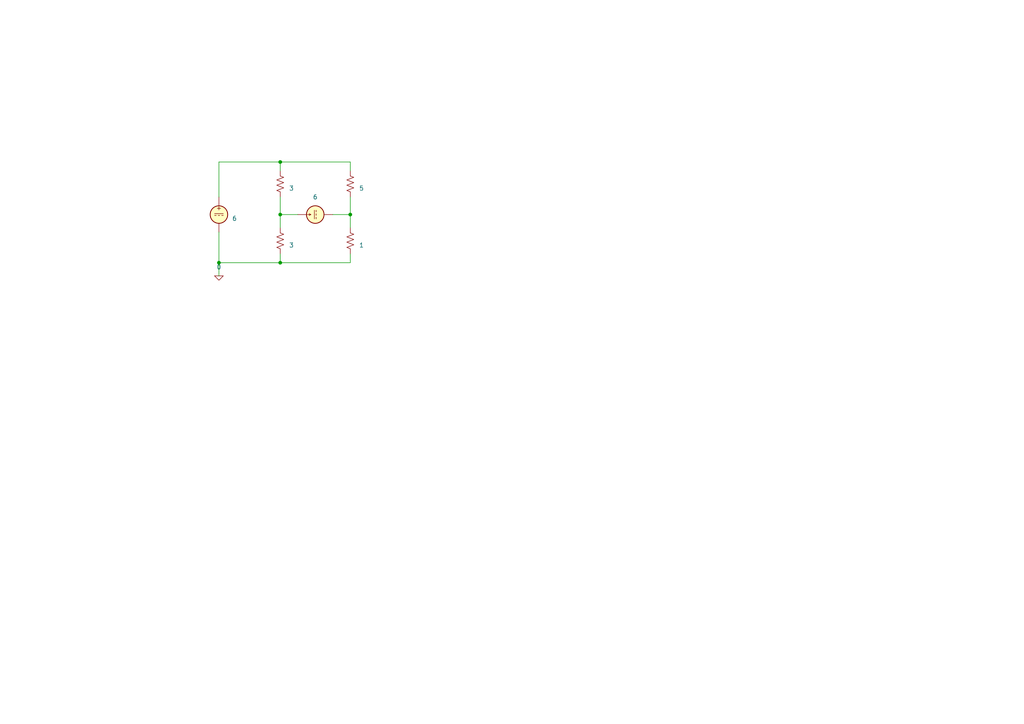
<source format=kicad_sch>
(kicad_sch (version 20250114) (generator "eeschema") (generator_version "9.0")
  (paper "A4")
  (lib_symbols
    (symbol "Device:R_US" (pin_numbers (hide yes)) (pin_names (offset 0))
      (property "Reference" "R" (at 2.54 0 90))
      (property "Value" "R_US" (at -2.54 0 90))
      (symbol "R_US_0_1"
        (polyline (pts (xy 0 2.286) (xy 0 2.54)))
        (polyline (pts (xy 0 2.286) (xy 1.016 1.905) (xy 0 1.524) (xy -1.016 1.143) (xy 0 0.762)))
        (polyline (pts (xy 0 0.762) (xy 1.016 0.381) (xy 0 0) (xy -1.016 -0.381) (xy 0 -0.762)))
        (polyline (pts (xy 0 -0.762) (xy 1.016 -1.143) (xy 0 -1.524) (xy -1.016 -1.905) (xy 0 -2.286)))
        (polyline (pts (xy 0 -2.286) (xy 0 -2.54)))
      )
      (symbol "R_US_1_1"
        (pin passive line (at 0 3.81 270) (length 1.27) (name "~") (number "1"))
        (pin passive line (at 0 -3.81 90) (length 1.27) (name "~") (number "2"))
      )
    )
    (symbol "Simulation_SPICE:0" (power) (pin_numbers (hide yes)) (pin_names (offset 0) (hide yes))
      (property "Value" "0" (at 0 -2.54 0))
      (symbol "0_0_1"
        (polyline (pts (xy -1.27 0) (xy 0 -1.27) (xy 1.27 0) (xy -1.27 0)))
      )
      (symbol "0_1_1"
        (pin power_in line (at 0 0 0) (length 0) (name "~") (number "1"))
      )
    )
    (symbol "Simulation_SPICE:IDC" (pin_numbers (hide yes)) (pin_names (offset 0.0254))
      (property "Reference" "I" (at 2.54 2.54 0))
      (property "Value" "1" (at 2.54 0 0))
      (symbol "IDC_0_0"
        (polyline (pts (xy -1.27 0.254) (xy 1.27 0.254)))
        (polyline (pts (xy -0.762 -0.254) (xy -1.27 -0.254)))
        (polyline (pts (xy 0.254 -0.254) (xy -0.254 -0.254)))
        (polyline (pts (xy 1.27 -0.254) (xy 0.762 -0.254)))
      )
      (symbol "IDC_0_1"
        (polyline (pts (xy -0.254 1.778) (xy 0 1.27) (xy 0.254 1.778)))
        (polyline (pts (xy 0 1.27) (xy 0 2.286)))
        (circle (center 0 0) (radius 2.54) (stroke (width 0.254)) (fill (type background)))
      )
      (symbol "IDC_1_1"
        (pin passive line (at 0 5.08 270) (length 2.54) (name "~") (number "1"))
        (pin passive line (at 0 -5.08 90) (length 2.54) (name "~") (number "2"))
      )
    )
    (symbol "Simulation_SPICE:VDC" (pin_numbers (hide yes)) (pin_names (offset 0.0254))
      (property "Reference" "V" (at 2.54 2.54 0))
      (property "Value" "1" (at 2.54 0 0))
      (symbol "VDC_0_0"
        (polyline (pts (xy -1.27 0.254) (xy 1.27 0.254)))
        (polyline (pts (xy -0.762 -0.254) (xy -1.27 -0.254)))
        (polyline (pts (xy 0.254 -0.254) (xy -0.254 -0.254)))
        (polyline (pts (xy 1.27 -0.254) (xy 0.762 -0.254)))
        (text "+" (at 0 1.905 0) (effects (font (size 1.27 1.27))))
      )
      (symbol "VDC_0_1"
        (circle (center 0 0) (radius 2.54) (stroke (width 0.254)) (fill (type background)))
      )
      (symbol "VDC_1_1"
        (pin passive line (at 0 5.08 270) (length 2.54) (name "~") (number "1"))
        (pin passive line (at 0 -5.08 90) (length 2.54) (name "~") (number "2"))
      )
    )
  )
  (junction (at 63.5 76.2))
  (junction (at 81.28 62.23))
  (junction (at 81.28 76.2))
  (junction (at 101.6 62.23))
  (junction (at 81.28 46.99))
  (wire (pts (xy 81.28 46.99) (xy 81.28 49.53)))
  (wire (pts (xy 81.28 57.15) (xy 81.28 62.23)))
  (wire (pts (xy 96.52 62.23) (xy 101.6 62.23)))
  (wire (pts (xy 63.5 76.2) (xy 63.5 80.01)))
  (wire (pts (xy 81.28 46.99) (xy 101.6 46.99)))
  (wire (pts (xy 101.6 73.66) (xy 101.6 76.2)))
  (wire (pts (xy 101.6 76.2) (xy 81.28 76.2)))
  (wire (pts (xy 63.5 67.31) (xy 63.5 76.2)))
  (wire (pts (xy 81.28 62.23) (xy 86.36 62.23)))
  (wire (pts (xy 101.6 62.23) (xy 101.6 66.04)))
  (wire (pts (xy 101.6 46.99) (xy 101.6 49.53)))
  (wire (pts (xy 63.5 46.99) (xy 81.28 46.99)))
  (wire (pts (xy 81.28 62.23) (xy 81.28 66.04)))
  (wire (pts (xy 101.6 57.15) (xy 101.6 62.23)))
  (wire (pts (xy 63.5 57.15) (xy 63.5 46.99)))
  (wire (pts (xy 81.28 73.66) (xy 81.28 76.2)))
  (wire (pts (xy 63.5 76.2) (xy 81.28 76.2)))
  (symbol (lib_id "Simulation_SPICE:IDC") (at 91.44 62.23 90) (unit 1)
    (property "Reference" "I2" (effects (hide yes)))
    (property "Value" "6" (at 91.44 57.15 90))
    (property "Datasheet" "https://ngspice.sourceforge.io/docs/ngspice-html-manual/manual.xhtml#sec_Independent_Sources_for" (effects (hide yes)))
    (property "Description" "Current source, DC" (effects (hide yes)))
    (property "Sim.Pins" "1=+ 2=-" (effects (hide yes)))
    (property "Sim.Type" "DC" (effects (hide yes)))
    (property "Sim.Device" "I" (effects (hide yes)))
  )
  (symbol (lib_id "Simulation_SPICE:VDC") (at 63.5 62.23 0) (unit 1)
    (property "Reference" "V7" (effects (hide yes)))
    (property "Value" "6" (at 67.31 63.3701 0) (effects (justify left)))
    (property "Datasheet" "https://ngspice.sourceforge.io/docs/ngspice-html-manual/manual.xhtml#sec_Independent_Sources_for" (effects (hide yes)))
    (property "Description" "Voltage source, DC" (effects (hide yes)))
    (property "Sim.Pins" "1=+ 2=-" (effects (hide yes)))
    (property "Sim.Type" "DC" (effects (hide yes)))
    (property "Sim.Device" "V" (effects (hide yes)))
  )
  (symbol (lib_id "Device:R_US") (at 81.28 69.85 0) (unit 1)
    (property "Reference" "R12" (effects (hide yes)))
    (property "Value" "3" (at 83.82 71.1199 0) (effects (justify left)))
    (property "Description" "Resistor, US symbol" (effects (hide yes)))
  )
  (symbol (lib_id "Device:R_US") (at 101.6 69.85 0) (unit 1)
    (property "Reference" "R13" (effects (hide yes)))
    (property "Value" "1" (at 104.14 71.1199 0) (effects (justify left)))
    (property "Description" "Resistor, US symbol" (effects (hide yes)))
  )
  (symbol (lib_id "Device:R_US") (at 101.6 53.34 0) (unit 1)
    (property "Reference" "R11" (effects (hide yes)))
    (property "Value" "5" (at 104.14 54.6099 0) (effects (justify left)))
    (property "Description" "Resistor, US symbol" (effects (hide yes)))
  )
  (symbol (lib_id "Simulation_SPICE:0") (at 63.5 80.01 0) (unit 1)
    (property "Reference" "#GND04" (effects (hide yes)))
    (property "Value" "0" (at 63.5 77.47 0))
    (property "Datasheet" "https://ngspice.sourceforge.io/docs/ngspice-html-manual/manual.xhtml#subsec_Circuit_elements__device" (effects (hide yes)))
    (property "Description" "0V reference potential for simulation" (effects (hide yes)))
  )
  (symbol (lib_id "Device:R_US") (at 81.28 53.34 0) (unit 1)
    (property "Reference" "R10" (effects (hide yes)))
    (property "Value" "3" (at 83.82 54.6099 0) (effects (justify left)))
    (property "Description" "Resistor, US symbol" (effects (hide yes)))
  )
)
</source>
